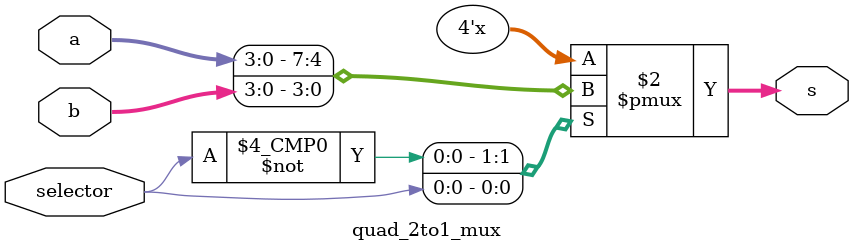
<source format=sv>
module quad_2to1_mux(
  input logic [3:0] a,
  input logic [3:0] b,
  input logic selector,
  output logic [3:0] s
);
  always_comb begin
    case (selector)
      1'b0: s=a;
      1'b1: s=b;
    endcase
  end
endmodule

</source>
